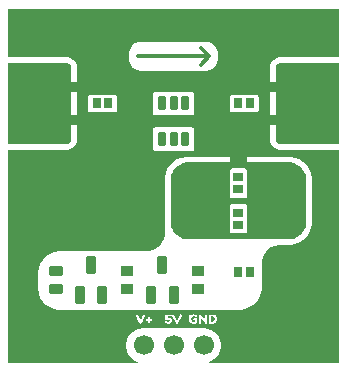
<source format=gts>
%FSTAX23Y23*%
%MOIN*%
%SFA1B1*%

%IPPOS*%
%AMD20*
4,1,8,-0.016300,-0.017700,0.016300,-0.017700,0.021700,-0.012400,0.021700,0.012400,0.016300,0.017700,-0.016300,0.017700,-0.021700,0.012400,-0.021700,-0.012400,-0.016300,-0.017700,0.0*
1,1,0.010640,-0.016300,-0.012400*
1,1,0.010640,0.016300,-0.012400*
1,1,0.010640,0.016300,0.012400*
1,1,0.010640,-0.016300,0.012400*
%
%AMD22*
4,1,8,-0.017700,0.024800,-0.017700,-0.024800,-0.011000,-0.031500,0.011000,-0.031500,0.017700,-0.024800,0.017700,0.024800,0.011000,0.031500,-0.011000,0.031500,-0.017700,0.024800,0.0*
1,1,0.013380,-0.011000,0.024800*
1,1,0.013380,-0.011000,-0.024800*
1,1,0.013380,0.011000,-0.024800*
1,1,0.013380,0.011000,0.024800*
%
%AMD23*
4,1,8,0.014800,-0.017000,0.014800,0.017000,0.008100,0.023600,-0.008100,0.023600,-0.014800,0.017000,-0.014800,-0.017000,-0.008100,-0.023600,0.008100,-0.023600,0.014800,-0.017000,0.0*
1,1,0.013280,0.008100,-0.017000*
1,1,0.013280,0.008100,0.017000*
1,1,0.013280,-0.008100,0.017000*
1,1,0.013280,-0.008100,-0.017000*
%
%AMD24*
4,1,8,0.014800,-0.017000,0.014800,0.017000,0.008100,0.023600,-0.008100,0.023600,-0.014800,0.017000,-0.014800,-0.017000,-0.008100,-0.023600,0.008100,-0.023600,0.014800,-0.017000,0.0*
1,1,0.013280,0.008100,-0.017000*
1,1,0.013280,0.008100,0.017000*
1,1,0.013280,-0.008100,0.017000*
1,1,0.013280,-0.008100,-0.017000*
%
%ADD17C,0.011810*%
%ADD18R,0.031500X0.035430*%
%ADD19R,0.035430X0.031500*%
G04~CAMADD=20~8~0.0~0.0~433.1~354.3~53.2~0.0~15~0.0~0.0~0.0~0.0~0~0.0~0.0~0.0~0.0~0~0.0~0.0~0.0~180.0~434.0~355.0*
%ADD20D20*%
%ADD21R,0.043310X0.035430*%
G04~CAMADD=22~8~0.0~0.0~629.9~354.3~66.9~0.0~15~0.0~0.0~0.0~0.0~0~0.0~0.0~0.0~0.0~0~0.0~0.0~0.0~90.0~354.0~630.0*
%ADD22D22*%
G04~CAMADD=23~8~0.0~0.0~472.4~295.3~66.4~0.0~15~0.0~0.0~0.0~0.0~0~0.0~0.0~0.0~0.0~0~0.0~0.0~0.0~270.0~296.0~473.0*
%ADD23D23*%
G04~CAMADD=24~8~0.0~0.0~472.4~295.3~66.4~0.0~15~0.0~0.0~0.0~0.0~0~0.0~0.0~0.0~0.0~0~0.0~0.0~0.0~270.0~296.0~473.0*
%ADD24D24*%
%ADD25R,0.204720X0.047240*%
%ADD26C,0.066930*%
%ADD27C,0.019680*%
%LNcsgb-1*%
%LPD*%
G36*
X01102Y01074D02*
D01*
Y01019*
X00907*
X00904Y01019*
X00897Y01018*
X0089Y01015*
X00885Y01011*
X0088Y01006*
X00876Y01*
X00873Y00994*
X00872Y00987*
X00872Y00984*
Y00937*
X00891*
Y00984*
Y00987*
X00894Y00993*
X00898Y00997*
X00904Y01*
X01102*
Y00937*
Y00795*
Y00732*
X00904*
X00898Y00734*
X00894Y00739*
X00891Y00744*
Y00748*
Y00795*
X00872*
Y00748*
X00872Y00744*
X00873Y00737*
X00876Y00731*
X0088Y00725*
X00885Y0072*
X0089Y00716*
X00897Y00714*
X00904Y00712*
X00907Y00712*
X01102*
Y00696*
Y00177*
X01013*
Y00334*
Y00177*
X00846*
X00767*
X00775Y00177*
X0079Y0018*
X00804Y00186*
X00817Y00195*
X00828Y00205*
X00837Y00218*
X00843Y00233*
X00846Y00248*
X00846Y00255*
Y00334*
X00981*
X00846*
Y0034*
X00848Y00351*
X00853Y00362*
X00859Y00372*
X00867Y0038*
X00877Y00386*
X00888Y00391*
X00899Y00393*
X00905*
X00935*
X00942Y00394*
X00957Y00397*
X00972Y00403*
X00984Y00411*
X00995Y00422*
X01004Y00435*
X0101Y00449*
X01013Y00464*
X01013Y00472*
Y00393*
Y0061*
X01013Y00617*
X0101Y00633*
X01004Y00647*
X00995Y0066*
X00984Y00671*
X00972Y00679*
X00957Y00685*
X00942Y00688*
X00935Y00688*
X01013*
X006*
X00592Y00688*
X00577Y00685*
X00563Y00679*
X0055Y00671*
X00539Y0066*
X0053Y00647*
X00525Y00633*
X00522Y00617*
X00521Y0061*
Y00688*
Y00576*
Y0057*
Y00433*
Y00427*
X00519Y00415*
X00514Y00405*
X00508Y00395*
X005Y00387*
X0049Y0038*
X00479Y00376*
X00468Y00374*
X00462*
X00177*
X00169Y00373*
X00154Y0037*
X0014Y00364*
X00127Y00356*
X00116Y00345*
X00107Y00332*
X00101Y00318*
X00098Y00302*
X00098Y00295*
Y00255*
X00098Y00248*
X00101Y00233*
X00107Y00218*
X00116Y00205*
X00127Y00195*
X0014Y00186*
X00154Y0018*
X00169Y00177*
X00177Y00177*
X00098*
Y00233*
Y00177*
X0*
Y00374*
Y00708*
Y00712*
X00194*
X00198Y00712*
X00205Y00714*
X00211Y00716*
X00217Y0072*
X00222Y00725*
X00226Y00731*
X00228Y00737*
X0023Y00744*
X0023Y00748*
Y00795*
X0021*
Y00748*
Y00744*
X00208Y00739*
X00203Y00734*
X00198Y00732*
X0*
Y00795*
Y00937*
Y01*
X00198*
X00203Y00997*
X00208Y00993*
X0021Y00987*
Y00984*
Y00937*
X0023*
Y00984*
X0023Y00987*
X00228Y00994*
X00226Y01*
X00222Y01006*
X00217Y01011*
X00211Y01015*
X00205Y01018*
X00198Y01019*
X00194Y01019*
X0*
Y01033*
Y01181*
X00403*
Y01033*
Y01013*
X00403Y01009*
X00405Y01002*
X00408Y00995*
X00412Y00988*
X00417Y00983*
X00424Y00979*
X00431Y00976*
X00439Y00974*
X00442Y00974*
X00285*
X00816*
X00698*
Y01033*
Y01072*
Y01033*
X00698Y01037*
X00697Y01044*
X00694Y01052*
X00689Y01058*
X00684Y01063*
X00678Y01068*
X0067Y01071*
X00663Y01072*
X00659Y01072*
X00403*
X00442*
X00439Y01072*
X00431Y01071*
X00424Y01068*
X00417Y01063*
X00412Y01058*
X00408Y01052*
X00405Y01044*
X00403Y01037*
X00403Y01033*
Y01072*
Y01181*
X00698*
X01102*
Y01074*
G37*
G36*
X00698Y00974D02*
X00659D01*
X00663Y00974*
X0067Y00976*
X00678Y00979*
X00684Y00983*
X00689Y00988*
X00694Y00995*
X00697Y01002*
X00698Y01009*
X00698Y01013*
Y00974*
G37*
G36*
X00797Y00649D02*
Y00639D01*
X00797Y00641*
X00795Y00645*
X00792Y00647*
X00789Y00649*
X00787Y00649*
X00748*
X00746Y00649*
X00742Y00647*
X00739Y00645*
X00738Y00641*
X00738Y00639*
Y00649*
Y00688*
X00797*
Y00649*
G37*
G36*
Y00551D02*
Y00531D01*
Y00521*
X00797Y00523*
X00795Y00527*
X00792Y00529*
X00789Y00531*
X00787Y00531*
X00748*
X00746Y00531*
X00742Y00529*
X00739Y00527*
X00738Y00523*
X00738Y00521*
Y00531*
Y00551*
Y00561*
X00738Y00559*
X00739Y00555*
X00742Y00552*
X00746Y00551*
X00748Y00551*
X00787*
X00789Y00551*
X00792Y00552*
X00795Y00555*
X00797Y00559*
X00797Y00561*
Y00551*
G37*
G36*
X00952Y00667D02*
X00963Y00662D01*
X00972Y00656*
X0098Y00647*
X00987Y00638*
X00991Y00627*
X00994Y00616*
Y0061*
Y00472*
Y00466*
X00991Y00455*
X00987Y00444*
X0098Y00434*
X00972Y00426*
X00963Y0042*
X00952Y00415*
X0094Y00413*
X00935*
Y00498*
Y00413*
X00797*
X00738*
X006*
Y00498*
Y00413*
X00594*
X00583Y00415*
X00572Y0042*
X00562Y00426*
X00554Y00434*
X00548Y00444*
X00543Y00455*
X00541Y00466*
Y00472*
Y0061*
Y00616*
X00543Y00627*
X00548Y00638*
X00554Y00647*
X00562Y00656*
X00572Y00662*
X00583Y00667*
X00594Y00669*
X006*
X00738*
Y00442*
X00738Y0044*
X00739Y00437*
X00742Y00434*
X00746Y00433*
X00748Y00433*
X00787*
X00789Y00433*
X00792Y00434*
X00795Y00437*
X00797Y0044*
X00797Y00442*
Y00669*
X00935*
X0094*
X00952Y00667*
G37*
G36*
X0059Y00177D02*
X00708D01*
X01102*
Y00108*
Y0*
X00708*
X00649*
X00655Y0*
X00666Y00002*
X00677Y00006*
X00687Y00013*
X00695Y00021*
X00701Y00031*
X00706Y00041*
X00708Y00053*
X00708Y00059*
Y00059*
X00708Y00064*
X00706Y00076*
X00701Y00086*
X00695Y00096*
X00687Y00104*
X00677Y00111*
X00666Y00115*
X00655Y00117*
X00649Y00118*
X0059*
X00511*
X00452*
X00446Y00117*
X00435Y00115*
X00424Y00111*
X00415Y00104*
X00407Y00096*
X004Y00086*
X00396Y00076*
X00393Y00064*
X00393Y00059*
Y00118*
Y00177*
X00511*
X0059*
G37*
G36*
X00393Y00108D02*
D01*
Y0*
X0*
Y00108*
Y00177*
X00393*
Y00108*
G37*
G36*
X00393Y00053D02*
X00396Y00041D01*
X004Y00031*
X00407Y00021*
X00415Y00013*
X00424Y00006*
X00435Y00002*
X00446Y0*
X00452Y0*
X00393*
Y00059*
X00393Y00053*
G37*
%LNcsgb-2*%
%LPC*%
G36*
X00891Y00905D02*
X00872D01*
Y00895*
Y00836*
X00826*
X00828Y00836*
X00832Y00838*
X00834Y0084*
X00836Y00844*
X00836Y00846*
Y00885*
X00836Y00887*
X00834Y00891*
X00832Y00894*
X00828Y00895*
X00826Y00895*
X00816*
X0062*
X00738*
X00748*
X00746Y00895*
X00742Y00894*
X00739Y00891*
X00738Y00887*
X00738Y00885*
Y00846*
X00738Y00844*
X00739Y0084*
X00742Y00838*
X00746Y00836*
X00748Y00836*
X00872*
Y00826*
X00891*
Y00905*
G37*
G36*
X00285Y00937D02*
D01*
Y00895*
X00275*
X00273Y00895*
X0027Y00894*
X00267Y00891*
X00265Y00887*
X00265Y00885*
Y00846*
X00265Y00844*
X00267Y0084*
X0027Y00838*
X00273Y00836*
X00275Y00836*
X00265*
X00381*
X00364*
X00354*
X00356Y00836*
X00359Y00838*
X00362Y0084*
X00363Y00844*
X00364Y00846*
Y00885*
X00363Y00887*
X00362Y00891*
X00359Y00894*
X00356Y00895*
X00354Y00895*
X00285*
Y00905*
Y00937*
G37*
G36*
X0023Y00905D02*
X0021D01*
Y00826*
X0023*
Y00836*
Y00895*
Y00905*
G37*
G36*
X0061D02*
X00488D01*
X00492*
X0049Y00905*
X00486Y00903*
X00483Y00901*
X00482Y00897*
Y00895*
X00482*
Y00836*
X00482Y00834*
X00483Y00831*
X00486Y00828*
X0049Y00826*
X00492Y00826*
X0061*
X00612Y00826*
X00615Y00828*
X00618Y00831*
X00619Y00834*
X0062Y00836*
Y00895*
X00619*
Y00897*
X00618Y00901*
X00615Y00903*
X00612Y00905*
X0061Y00905*
G37*
G36*
X0062Y00836D02*
D01*
Y00826*
Y00787*
Y00836*
G37*
G36*
X00482Y00708D02*
D01*
Y00698*
X00462*
X00482*
Y00708*
G37*
G36*
X0061Y00787D02*
X00492D01*
X0049Y00787*
X00486Y00785*
X00483Y00783*
X00482Y00779*
X00482Y00777*
Y00718*
X00482Y00716*
X00483Y00713*
X00486Y0071*
X0049Y00708*
X00492Y00708*
X0061*
X00612Y00708*
X00615Y0071*
X00618Y00713*
X00619Y00716*
X0062Y00718*
Y00708*
Y00698*
X00521*
X00816*
X0062*
Y00777*
X00619Y00779*
X00618Y00783*
X00615Y00785*
X00612Y00787*
X0061Y00787*
G37*
G36*
X00618Y00163D02*
X00618D01*
X00616Y00163*
X00615Y00162*
X00613Y00162*
X00613Y00162*
X00612Y00162*
X00611Y00162*
X00611Y00161*
X00611Y00161*
X0061Y00161*
X0061Y00161*
X0061Y00161*
X0061Y00161*
X0061*
X00608Y0016*
X00607Y00159*
X00606Y00158*
X00606Y00157*
X00605Y00157*
X00605Y00156*
X00604Y00156*
X00604Y00156*
X00604Y00155*
Y00155*
X00603Y00154*
X00603Y00153*
X00603Y00151*
X00602Y0015*
X00602Y00149*
X00602Y00149*
X00602Y00148*
Y00148*
X00602Y00148*
Y00163*
Y00132*
X0063*
X00618*
X0062Y00132*
X0062*
X00621Y00132*
X00621Y00132*
X00622*
X00622Y00132*
X00622*
X00623Y00132*
X00624Y00132*
X00624Y00132*
X00625Y00132*
X00625Y00132*
X00626Y00132*
X00626Y00133*
X00626*
X00626Y00133*
X00627Y00133*
X00627Y00133*
X00628Y00133*
X00628Y00133*
X00628Y00133*
X00628Y00134*
X00628*
X00629Y00134*
X00629Y00135*
X00629Y00135*
X00629Y00135*
X00629Y00135*
Y00135*
X0063Y00136*
X0063Y00136*
X0063Y00137*
X0063Y00138*
Y00146*
X0063Y00147*
X0063Y00147*
X0063Y00147*
X00629Y00148*
X00629Y00148*
X00629Y00148*
X00629Y00148*
X00629Y00148*
X00629Y00149*
X00628Y00149*
X00628Y00149*
X00627Y00149*
X00627Y00149*
X00627Y00149*
X0062*
X00619Y00149*
X00619Y00149*
X00618Y00149*
X00618Y00149*
X00618Y00149*
X00618Y00149*
X00617Y00148*
X00617Y00148*
X00617Y00148*
X00617Y00148*
X00617Y00147*
X00617Y00147*
X00617Y00147*
Y00146*
Y00146*
X00617Y00146*
X00617Y00146*
X00617Y00145*
X00617Y00145*
X00617Y00145*
X00617Y00145*
X00617Y00144*
X00617Y00144*
X00618Y00144*
X00618Y00144*
X00619Y00144*
X00619Y00144*
X00619Y00144*
X00623*
Y00138*
X00621Y00138*
X00621Y00138*
X0062Y00138*
X00619Y00138*
X00619*
X00617Y00138*
X00616Y00138*
X00615Y00138*
X00614Y00139*
X00613Y00139*
X00613Y0014*
X00612Y0014*
X00612Y0014*
X00612Y0014*
X00611Y00141*
X00611Y00142*
X00611Y00143*
X0061Y00144*
X0061Y00146*
X0061Y00146*
Y00146*
X0061Y00147*
Y00147*
Y00147*
Y00147*
Y00148*
X0061Y00149*
X0061Y0015*
X0061Y0015*
X00611Y00151*
X00611Y00151*
X00611Y00152*
X00611Y00152*
X00611Y00153*
X00611Y00153*
X00612Y00153*
X00612Y00154*
X00612Y00154*
X00612Y00154*
X00613Y00155*
X00614Y00155*
X00615Y00156*
X00616Y00156*
X00617Y00156*
X00617Y00156*
X00618*
X00618Y00156*
X00618*
X00619Y00156*
X0062Y00156*
X0062Y00156*
X00621Y00156*
X00621Y00156*
X00621Y00156*
X00621*
X00622Y00156*
X00623Y00155*
X00623Y00155*
X00624Y00155*
X00624Y00155*
X00624Y00155*
X00624Y00155*
X00625Y00155*
X00625Y00154*
X00625Y00154*
X00626Y00154*
X00626Y00154*
X00626Y00154*
X00627*
X00627Y00154*
X00627Y00154*
X00628Y00154*
X00628Y00155*
X00628Y00155*
X00628Y00155*
X00628Y00155*
X00629Y00155*
X00629Y00156*
X00629Y00156*
X00629Y00157*
X00629Y00157*
Y00157*
Y00157*
X00629Y00158*
X00629Y00158*
X00629Y00159*
X00629Y00159*
X00629Y00159*
X00628Y00159*
X00628Y0016*
X00628Y0016*
X00628*
X00627Y0016*
X00626Y00161*
X00625Y00161*
X00625Y00161*
X00624Y00162*
X00624Y00162*
X00623Y00162*
X00623Y00162*
X00623*
X00622Y00162*
X00622Y00162*
X00621Y00162*
X0062Y00163*
X00619Y00163*
X00618Y00163*
G37*
G36*
X00659Y00162D02*
X00658D01*
X00658Y00162*
X00657Y00162*
X00657Y00162*
X00656Y00162*
X00656Y00162*
X00656Y00162*
X00656Y00162*
X00656Y00161*
X00655Y00161*
X00655Y00161*
X00655Y0016*
X00655Y0016*
X00655Y00159*
X00655Y00159*
Y00159*
Y00159*
Y00145*
X00642Y00161*
X00641Y00162*
X00641Y00162*
X0064Y00162*
X0064Y00162*
X00639Y00162*
X00639Y00162*
X00647*
X00639*
X00639*
X00638Y00162*
X00638Y00162*
X00637Y00162*
X00637Y00162*
X00636Y00162*
X00636Y00162*
X00636Y00161*
X00636Y00161*
X00636Y00161*
X00635Y00161*
X00635Y0016*
X00635Y0016*
X00635Y00159*
X00635Y00159*
Y00162*
Y00132*
Y00136*
X00635Y00135*
X00635Y00134*
X00635Y00134*
X00636Y00134*
X00636Y00133*
X00636Y00133*
X00636Y00133*
X00636Y00133*
X00636Y00133*
X00637Y00132*
X00637Y00132*
X00638Y00132*
X00638Y00132*
X00638Y00132*
X00635*
X00662*
X00658*
X00659Y00132*
X00659Y00132*
X0066Y00132*
X0066Y00132*
X00661Y00133*
X00661Y00133*
X00661Y00133*
X00661Y00133*
X00661Y00133*
X00662Y00134*
X00662Y00134*
X00662Y00135*
X00662Y00135*
X00662Y00135*
Y00159*
X00662Y00159*
X00662Y0016*
X00662Y0016*
X00661Y00161*
X00661Y00161*
X00661Y00161*
X00661Y00161*
X00661Y00161*
X0066Y00162*
X0066Y00162*
X0066Y00162*
X00659Y00162*
X00659Y00162*
X00659Y00162*
G37*
G36*
X00575Y00163D02*
X00571D01*
X00574*
X00574Y00162*
X00573Y00162*
X00573Y00162*
X00573Y00162*
X00573Y00162*
X00572*
X00572Y00162*
X00572Y00161*
X00571Y00161*
X00571Y00161*
X00571Y00161*
Y00161*
X00563Y00142*
X00554Y00161*
X00554Y00161*
X00553Y00162*
X00553Y00162*
X00553Y00162*
X00553*
X00552Y00162*
X00552Y00162*
X00551Y00163*
X00551*
X0055Y00162*
X0055Y00162*
X00549Y00162*
X00549Y00162*
X00549Y00162*
X00548Y00162*
X00548Y00162*
X00548Y00162*
X00548Y00161*
X00547Y00161*
X00547Y0016*
X00547Y0016*
X00547Y0016*
X00547Y00159*
Y00159*
X00547Y00159*
X00547Y00158*
X00547Y00158*
X00547Y00158*
Y00158*
X00559Y00134*
X00559Y00133*
X0056Y00133*
X0056Y00133*
X0056Y00133*
X0056Y00132*
X0056Y00132*
X00561Y00132*
X00561Y00132*
X00562Y00132*
X00562*
X00562Y00132*
X00547*
X00578*
X00563*
X00563Y00132*
X00564Y00132*
X00564Y00132*
X00564Y00132*
X00565Y00132*
X00565Y00132*
X00565Y00132*
X00565*
X00565Y00133*
X00566Y00133*
X00566Y00133*
X00566Y00133*
X00566Y00134*
X00567Y00134*
X00567Y00134*
Y00134*
X00578Y00158*
X00578Y00158*
X00578Y00159*
X00578Y00159*
Y00159*
X00578Y0016*
X00578Y0016*
X00578Y00161*
X00578Y00161*
X00578Y00161*
X00577Y00161*
X00577Y00162*
X00577Y00162*
X00577Y00162*
X00576Y00162*
X00576Y00162*
X00575Y00162*
X00575Y00162*
X00575Y00163*
G37*
G36*
X00452Y00163D02*
X00449D01*
X00452*
X00451Y00162*
X00451Y00162*
X00451Y00162*
X0045Y00162*
X0045Y00162*
X0045*
X0045Y00162*
X00449Y00161*
X00449Y00161*
X00449Y00161*
X00449Y00161*
Y0016*
X00441Y00142*
X00432Y0016*
X00432Y00161*
X00431Y00162*
X00431Y00162*
X00431Y00162*
X00431*
X0043Y00162*
X00429Y00162*
X00429Y00163*
X00429*
X00428Y00162*
X00428Y00162*
X00427Y00162*
X00427Y00162*
X00426Y00162*
X00426Y00162*
X00426Y00162*
X00426Y00161*
X00426Y00161*
X00425Y00161*
X00425Y0016*
X00425Y0016*
X00425Y0016*
X00425Y00159*
Y00159*
X00425Y00158*
X00425Y00158*
X00425Y00158*
X00425Y00158*
Y00158*
X00436Y00134*
X00437Y00133*
X00437Y00133*
X00438Y00133*
X00438Y00132*
X00438Y00132*
X00438Y00132*
X00438Y00132*
X00439Y00132*
X0044Y00132*
X0044*
X0044Y00132*
X00425*
X00456*
X0044*
X00441Y00132*
X00441Y00132*
X00442Y00132*
X00442Y00132*
X00442Y00132*
X00443Y00132*
X00443Y00132*
X00443*
X00443Y00133*
X00444Y00133*
X00444Y00133*
X00444Y00133*
X00444Y00134*
X00444Y00134*
X00445Y00134*
Y00134*
X00456Y00158*
X00456Y00158*
X00456Y00159*
X00456Y00159*
Y00159*
X00456Y0016*
X00456Y0016*
X00456Y0016*
X00456Y00161*
X00455Y00161*
X00455Y00161*
X00455Y00161*
X00455Y00162*
X00455Y00162*
X00454Y00162*
X00454Y00162*
X00453Y00162*
X00453Y00162*
X00452Y00163*
G37*
G36*
X0048Y00155D02*
X00459D01*
X00469*
X00469Y00155*
X00469Y00155*
X00468Y00154*
X00468Y00154*
X00468Y00154*
X00468Y00154*
X00467Y00154*
X00467Y00154*
X00467Y00154*
X00467Y00153*
X00467Y00153*
X00467Y00153*
Y00152*
Y00152*
Y00147*
X00461*
X00461Y00147*
X00461Y00147*
X0046Y00147*
X0046Y00146*
X0046Y00146*
X0046Y00146*
X0046Y00146*
X00459Y00146*
X00459Y00146*
X00459Y00145*
X00459Y00145*
X00459Y00145*
Y00144*
X00459Y00144*
X00459Y00144*
X00459Y00143*
X00459Y00143*
X00459Y00143*
X0046Y00143*
X0046Y00143*
X0046Y00142*
X0046Y00142*
X00461Y00142*
X00461Y00142*
X00461Y00142*
X00467*
Y00136*
X00467Y00136*
X00467Y00136*
X00467Y00135*
X00467Y00135*
X00467Y00135*
X00467Y00135*
X00467Y00135*
X00468Y00134*
X00468Y00134*
X00469Y00134*
X00469Y00134*
X00469Y00134*
X00469*
X0047Y00134*
X0047Y00134*
X00471Y00134*
X00471Y00134*
X00471Y00135*
X00471Y00135*
X00471Y00135*
X00471Y00135*
X00472Y00135*
X00472Y00136*
X00472Y00136*
X00472Y00136*
Y00136*
Y00136*
Y00142*
X00477*
X00478Y00142*
X00478Y00142*
X00479Y00142*
X00479Y00142*
X00479Y00142*
X00479Y00142*
X00479Y00143*
X00479Y00143*
X0048Y00143*
X0048Y00144*
X0048Y00144*
X0048Y00144*
Y00142*
Y00144*
X0048Y00145*
X0048Y00145*
X00479Y00146*
X00479Y00146*
X00479Y00146*
X00479Y00146*
X00479Y00146*
X00479Y00146*
X00478Y00147*
X00478Y00147*
X00478Y00147*
X00477Y00147*
X00472*
Y00152*
X00472Y00153*
X00472Y00153*
X00471Y00154*
X00471Y00154*
X00471Y00154*
X00471Y00154*
X00471Y00154*
X00471Y00154*
X00471Y00155*
X0047Y00155*
X0047Y00155*
X0047Y00155*
X0048*
G37*
G36*
X00546Y00162D02*
X00523D01*
X00528*
X00527Y00162*
X00526Y00162*
X00526Y00162*
X00526Y00162*
X00525Y00162*
X00525Y00162*
X00525Y00161*
X00525Y00161*
X00525Y00161*
X00524Y00161*
X00524Y0016*
X00524Y0016*
X00524Y00159*
X00524Y00159*
Y00159*
Y00159*
Y00147*
X00524Y00147*
X00524Y00146*
X00524Y00146*
X00525Y00145*
X00525Y00145*
X00525Y00145*
X00525Y00145*
X00525Y00145*
X00525Y00145*
X00526Y00145*
X00526Y00144*
X00527Y00144*
X00527*
X00528Y00144*
X00528Y00145*
X00528Y00145*
X00529Y00145*
X00529Y00145*
X00529*
X0053Y00145*
X0053Y00145*
X00531Y00146*
X00531Y00146*
X00531Y00146*
X00531Y00146*
X00531*
X00532Y00146*
X00533Y00146*
X00534*
X00534Y00146*
X00535Y00146*
X00536Y00146*
X00536Y00145*
X00536Y00145*
X00537Y00145*
X00537Y00145*
X00537Y00145*
X00537Y00144*
X00538Y00144*
X00538Y00143*
X00538Y00143*
X00538Y00142*
X00538Y00142*
Y00142*
Y00142*
X00538Y00141*
X00538Y0014*
X00538Y0014*
X00538Y00139*
X00537Y00139*
X00537Y00139*
X00537Y00139*
X00537Y00139*
X00536Y00138*
X00536Y00138*
X00535Y00138*
X00535Y00138*
X00534Y00138*
X00534Y00138*
X00533*
X00532Y00138*
X00532Y00138*
X00532Y00138*
X00531Y00138*
X00531Y00138*
X00531Y00138*
X00531*
X0053Y00139*
X00529Y00139*
X00529Y00139*
X00529Y00139*
X00529Y00139*
X00529*
X00528Y0014*
X00527Y0014*
X00527Y0014*
X00527Y0014*
X00526Y0014*
X00526Y0014*
X00526Y0014*
X00525*
X00525Y0014*
X00525Y0014*
X00524Y0014*
X00524Y0014*
X00524Y0014*
X00524Y0014*
X00524Y0014*
X00523Y00139*
X00523Y00139*
X00523Y00138*
X00523Y00138*
X00523Y00138*
Y00137*
X00523Y00137*
X00523Y00136*
X00523Y00136*
X00523Y00136*
Y00136*
X00523Y00135*
X00524Y00135*
X00524Y00135*
X00524Y00135*
X00524*
X00525Y00134*
X00526Y00134*
X00526Y00133*
X00527Y00133*
X00528Y00133*
X00528Y00133*
X00528Y00133*
X00528Y00133*
X00529*
X0053Y00132*
X0053Y00132*
X00531Y00132*
X00532Y00132*
X00533Y00132*
X00533Y00132*
X00534*
X00535Y00132*
X00536Y00132*
X00537Y00132*
X00538Y00132*
X00539Y00133*
X00539Y00133*
X0054Y00133*
X0054Y00133*
X0054Y00133*
X0054*
X00541Y00133*
X00542Y00134*
X00542Y00135*
X00543Y00135*
X00543Y00136*
X00544Y00136*
X00544Y00136*
X00544Y00137*
X00545Y00138*
X00545Y00138*
X00545Y00139*
X00545Y0014*
X00545Y00141*
X00546Y00142*
Y00142*
X00545Y00143*
X00545Y00144*
X00545Y00145*
X00545Y00146*
X00545Y00146*
X00544Y00147*
X00544Y00147*
X00544Y00147*
X00544Y00148*
X00543Y00149*
X00543Y00149*
X00542Y0015*
X00542Y0015*
X00541Y0015*
X00541Y00151*
X00541Y00151*
X0054Y00151*
X00539Y00151*
X00538Y00152*
X00538Y00152*
X00537Y00152*
X00536Y00152*
X00536*
X00535Y00152*
X00534Y00152*
X00534Y00152*
X00533Y00151*
X00532Y00151*
X00532Y00151*
X00532Y00151*
X00532Y00151*
Y00156*
X00541*
X00542Y00156*
X00542Y00156*
X00543Y00157*
X00543Y00157*
X00544Y00157*
X00544Y00157*
X00544Y00158*
X00544Y00158*
X00544Y00158*
X00545Y00159*
X00545Y00159*
Y00159*
Y00159*
X00545Y0016*
X00545Y0016*
X00544Y00161*
X00544Y00161*
X00544Y00162*
X00543Y00162*
X00542Y00162*
X00542Y00162*
X00541Y00162*
X00546*
G37*
G36*
X00681Y00162D02*
X00671D01*
X00671Y00162*
X0067Y00162*
X0067Y00162*
X00669Y00162*
X00669Y00162*
X00669Y00162*
X00668Y00161*
X00668Y00161*
X00668Y00161*
X00668Y00161*
X00668Y0016*
X00668Y0016*
X00668Y00159*
X00668Y00159*
Y00132*
X00696*
X0068*
X00682Y00132*
X00683Y00132*
X00685Y00133*
X00685Y00133*
X00686Y00133*
X00687Y00133*
X00687Y00133*
X00688Y00133*
X00688Y00134*
X00688Y00134*
X00688Y00134*
X00688Y00134*
X00689*
X0069Y00135*
X00691Y00135*
X00692Y00136*
X00693Y00137*
X00693Y00138*
X00694Y00138*
X00694Y00139*
X00694Y00139*
X00694Y00139*
Y00139*
X00695Y0014*
X00695Y00142*
X00696Y00143*
X00696Y00144*
X00696Y00145*
X00696Y00145*
X00696Y00146*
Y00146*
X00696Y00147*
Y00147*
X00696Y00149*
X00696Y0015*
X00695Y00152*
X00695Y00152*
X00695Y00153*
X00695Y00153*
X00695Y00154*
X00694Y00154*
X00694Y00155*
X00694Y00155*
X00694Y00155*
X00694Y00155*
Y00155*
X00693Y00156*
X00692Y00157*
X00691Y00158*
X00691Y00159*
X0069Y0016*
X00689Y0016*
X00689Y0016*
X00689Y0016*
X00689Y0016*
X00688*
X00687Y00161*
X00686Y00162*
X00684Y00162*
X00683Y00162*
X00682Y00162*
X00682Y00162*
X00681Y00162*
X00681Y00162*
G37*
%LNcsgb-3*%
%LPD*%
G36*
X00602Y00145D02*
X00603Y00144D01*
X00603Y00142*
X00603Y00142*
X00603Y00141*
X00603Y00141*
X00604Y0014*
X00604Y0014*
X00604Y00139*
X00604Y00139*
X00604Y00139*
X00604Y00139*
Y00139*
X00605Y00138*
X00606Y00137*
X00607Y00136*
X00608Y00135*
X00608Y00134*
X00609Y00134*
X00609Y00134*
X0061Y00134*
X0061Y00133*
X0061*
X00611Y00133*
X00613Y00132*
X00614Y00132*
X00615Y00132*
X00616Y00132*
X00617Y00132*
X00617Y00132*
X00617*
X00618Y00132*
X00602*
Y00147*
X00602Y00145*
G37*
G36*
X00655Y00133D02*
X00656Y00133D01*
X00656Y00132*
X00657Y00132*
X00657Y00132*
X00658Y00132*
X00658Y00132*
X00639*
X00639Y00132*
X0064Y00132*
X0064Y00132*
X00641Y00132*
X00641Y00133*
X00641Y00133*
X00641Y00133*
X00641Y00133*
X00642Y00133*
X00642Y00134*
X00642Y00134*
X00642Y00135*
X00642Y00135*
X00642Y00135*
Y00136*
Y00136*
Y00149*
X00655Y00133*
G37*
G36*
X00681Y00156D02*
X00682Y00156D01*
X00683Y00155*
X00684Y00155*
X00685Y00154*
X00686Y00154*
X00686Y00154*
X00686Y00154*
X00686Y00153*
X00687Y00153*
X00687Y00152*
X00688Y00151*
X00688Y0015*
X00688Y00149*
X00688Y00148*
Y00148*
X00688Y00148*
Y00147*
Y00147*
Y00147*
X00688Y00146*
X00688Y00144*
X00687Y00143*
X00687Y00142*
X00687Y00141*
X00686Y00141*
X00686Y00141*
X00686Y0014*
X00685Y0014*
X00684Y00139*
X00683Y00139*
X00682Y00139*
X00681Y00138*
X0068Y00138*
X0068*
X0068Y00138*
X00675*
Y00156*
X00679*
X00681Y00156*
G37*
G36*
X00668Y00135D02*
X00668Y00134D01*
X00668Y00134*
X00668Y00134*
X00668Y00133*
X00668Y00133*
X00668Y00133*
X00668Y00133*
X00669Y00133*
X00669Y00132*
X0067Y00132*
X0067Y00132*
X00671Y00132*
X00671Y00132*
X00668*
Y00136*
X00668Y00135*
G37*
G54D17*
X00641Y00995D02*
X00669Y01023D01*
X00641Y01051D02*
X00669Y01023D01*
X00433D02*
X00669D01*
G54D18*
X00334Y00866D03*
X00295D03*
X00767D03*
X00807D03*
X00767Y00305D03*
X00807D03*
G54D19*
X00767Y00462D03*
Y00501D03*
Y0058D03*
Y0062D03*
G54D20*
X00159Y00248D03*
Y00307D03*
G54D21*
X00395Y00248D03*
Y00307D03*
X00631Y00248D03*
Y00307D03*
G54D22*
X00277Y00326D03*
X00314Y00228D03*
X0024D03*
X00513Y00326D03*
X00551Y00228D03*
X00476D03*
G54D23*
X00588Y00748D03*
X00513D03*
Y00866D03*
X00588D03*
G54D24*
X00551Y00866D03*
Y00748D03*
G54D25*
X00994Y0096D03*
Y00771D03*
G54D26*
X00451Y00059D03*
X00551D03*
X00651D03*
G54D27*
X00724Y01112D03*
X00718Y01082D03*
X00767Y01009D03*
X00797Y01003D03*
Y01161D03*
X00767Y01155D03*
X00852Y01027D03*
X00869Y01112D03*
X00875Y01082D03*
X00724Y01052D03*
X00869D03*
X00852Y01138D03*
X00741Y01027D03*
X00827Y01009D03*
Y01155D03*
X00741Y01138D03*
X00232Y01052D03*
Y01112D03*
X00274Y01009D03*
X0036Y01027D03*
X00377Y01052D03*
Y01112D03*
X0036Y01138D03*
X00226Y01082D03*
X00305Y01003D03*
Y01161D03*
X00274Y01155D03*
X00383Y01082D03*
X00335Y01009D03*
X00249Y01027D03*
Y01138D03*
X00335Y01155D03*
M02*
</source>
